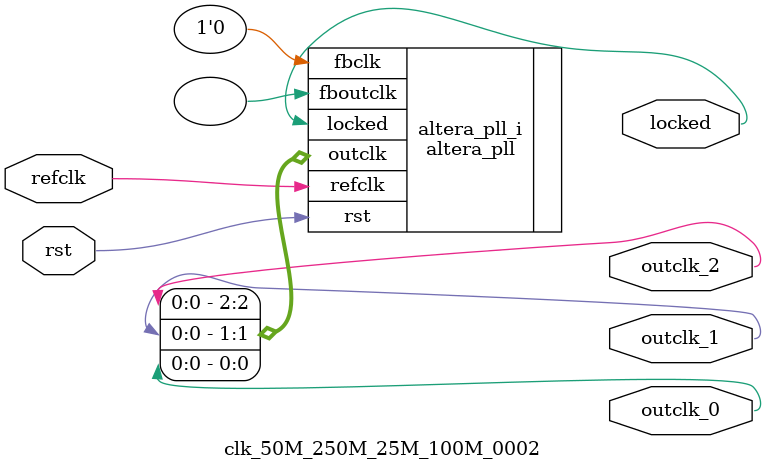
<source format=v>
`timescale 1ns/10ps
module  clk_50M_250M_25M_100M_0002(

	// interface 'refclk'
	input wire refclk,

	// interface 'reset'
	input wire rst,

	// interface 'outclk0'
	output wire outclk_0,

	// interface 'outclk1'
	output wire outclk_1,

	// interface 'outclk2'
	output wire outclk_2,

	// interface 'locked'
	output wire locked
);

	altera_pll #(
		.fractional_vco_multiplier("false"),
		.reference_clock_frequency("50.0 MHz"),
		.operation_mode("direct"),
		.number_of_clocks(3),
		.output_clock_frequency0("250.000000 MHz"),
		.phase_shift0("0 ps"),
		.duty_cycle0(50),
		.output_clock_frequency1("25.000000 MHz"),
		.phase_shift1("0 ps"),
		.duty_cycle1(50),
		.output_clock_frequency2("100.000000 MHz"),
		.phase_shift2("0 ps"),
		.duty_cycle2(50),
		.output_clock_frequency3("0 MHz"),
		.phase_shift3("0 ps"),
		.duty_cycle3(50),
		.output_clock_frequency4("0 MHz"),
		.phase_shift4("0 ps"),
		.duty_cycle4(50),
		.output_clock_frequency5("0 MHz"),
		.phase_shift5("0 ps"),
		.duty_cycle5(50),
		.output_clock_frequency6("0 MHz"),
		.phase_shift6("0 ps"),
		.duty_cycle6(50),
		.output_clock_frequency7("0 MHz"),
		.phase_shift7("0 ps"),
		.duty_cycle7(50),
		.output_clock_frequency8("0 MHz"),
		.phase_shift8("0 ps"),
		.duty_cycle8(50),
		.output_clock_frequency9("0 MHz"),
		.phase_shift9("0 ps"),
		.duty_cycle9(50),
		.output_clock_frequency10("0 MHz"),
		.phase_shift10("0 ps"),
		.duty_cycle10(50),
		.output_clock_frequency11("0 MHz"),
		.phase_shift11("0 ps"),
		.duty_cycle11(50),
		.output_clock_frequency12("0 MHz"),
		.phase_shift12("0 ps"),
		.duty_cycle12(50),
		.output_clock_frequency13("0 MHz"),
		.phase_shift13("0 ps"),
		.duty_cycle13(50),
		.output_clock_frequency14("0 MHz"),
		.phase_shift14("0 ps"),
		.duty_cycle14(50),
		.output_clock_frequency15("0 MHz"),
		.phase_shift15("0 ps"),
		.duty_cycle15(50),
		.output_clock_frequency16("0 MHz"),
		.phase_shift16("0 ps"),
		.duty_cycle16(50),
		.output_clock_frequency17("0 MHz"),
		.phase_shift17("0 ps"),
		.duty_cycle17(50),
		.pll_type("General"),
		.pll_subtype("General")
	) altera_pll_i (
		.rst	(rst),
		.outclk	({outclk_2, outclk_1, outclk_0}),
		.locked	(locked),
		.fboutclk	( ),
		.fbclk	(1'b0),
		.refclk	(refclk)
	);
endmodule


</source>
